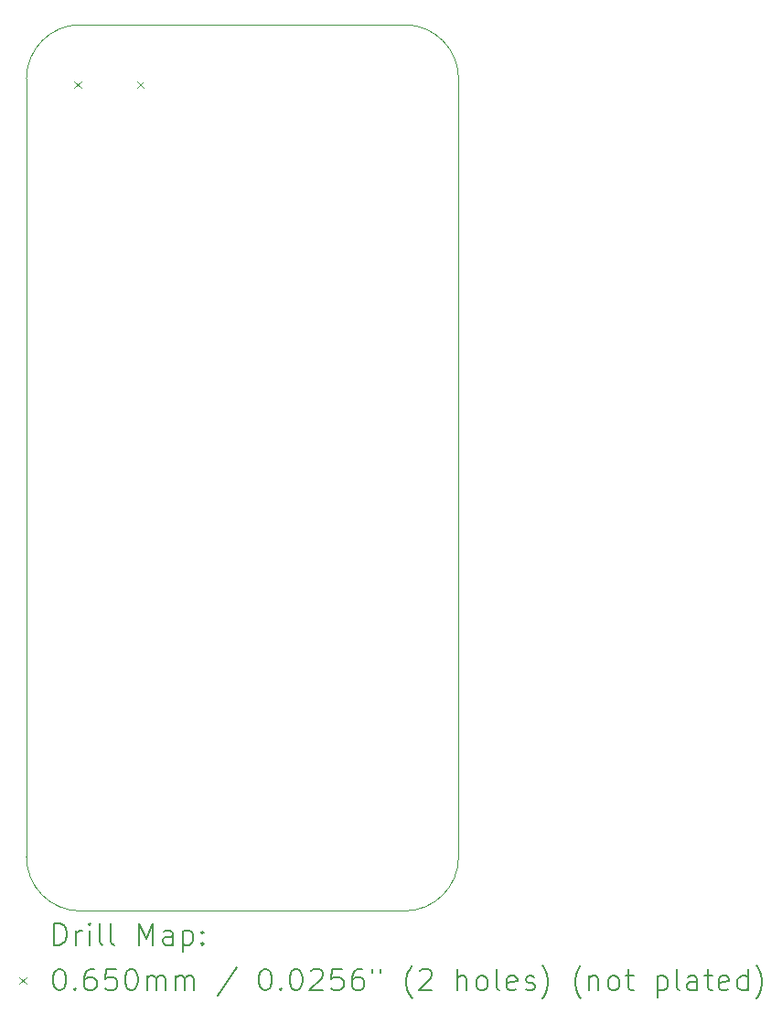
<source format=gbr>
%TF.GenerationSoftware,KiCad,Pcbnew,9.0.0*%
%TF.CreationDate,2025-07-02T14:57:16+08:00*%
%TF.ProjectId,ESPNOW,4553504e-4f57-42e6-9b69-6361645f7063,rev?*%
%TF.SameCoordinates,Original*%
%TF.FileFunction,Drillmap*%
%TF.FilePolarity,Positive*%
%FSLAX45Y45*%
G04 Gerber Fmt 4.5, Leading zero omitted, Abs format (unit mm)*
G04 Created by KiCad (PCBNEW 9.0.0) date 2025-07-02 14:57:16*
%MOMM*%
%LPD*%
G01*
G04 APERTURE LIST*
%ADD10C,0.050000*%
%ADD11C,0.200000*%
%ADD12C,0.100000*%
G04 APERTURE END LIST*
D10*
X19950000Y-6250000D02*
G75*
G02*
X20450000Y-6750000I0J-500000D01*
G01*
X19950000Y-14450000D02*
X16950000Y-14450000D01*
X16950000Y-14450000D02*
G75*
G02*
X16450000Y-13950000I0J500000D01*
G01*
X20450000Y-6750000D02*
X20450000Y-13950000D01*
X16450000Y-13950000D02*
X16450000Y-6750000D01*
X20450000Y-13950000D02*
G75*
G02*
X19950000Y-14450000I-500000J0D01*
G01*
X16950000Y-6250000D02*
X19950000Y-6250000D01*
X16450000Y-6750000D02*
G75*
G02*
X16950000Y-6250000I500000J0D01*
G01*
D11*
D12*
X16893500Y-6772500D02*
X16958500Y-6837500D01*
X16958500Y-6772500D02*
X16893500Y-6837500D01*
X17471500Y-6772500D02*
X17536500Y-6837500D01*
X17536500Y-6772500D02*
X17471500Y-6837500D01*
D11*
X16708277Y-14763984D02*
X16708277Y-14563984D01*
X16708277Y-14563984D02*
X16755896Y-14563984D01*
X16755896Y-14563984D02*
X16784467Y-14573508D01*
X16784467Y-14573508D02*
X16803515Y-14592555D01*
X16803515Y-14592555D02*
X16813039Y-14611603D01*
X16813039Y-14611603D02*
X16822563Y-14649698D01*
X16822563Y-14649698D02*
X16822563Y-14678269D01*
X16822563Y-14678269D02*
X16813039Y-14716365D01*
X16813039Y-14716365D02*
X16803515Y-14735412D01*
X16803515Y-14735412D02*
X16784467Y-14754460D01*
X16784467Y-14754460D02*
X16755896Y-14763984D01*
X16755896Y-14763984D02*
X16708277Y-14763984D01*
X16908277Y-14763984D02*
X16908277Y-14630650D01*
X16908277Y-14668746D02*
X16917801Y-14649698D01*
X16917801Y-14649698D02*
X16927324Y-14640174D01*
X16927324Y-14640174D02*
X16946372Y-14630650D01*
X16946372Y-14630650D02*
X16965420Y-14630650D01*
X17032086Y-14763984D02*
X17032086Y-14630650D01*
X17032086Y-14563984D02*
X17022563Y-14573508D01*
X17022563Y-14573508D02*
X17032086Y-14583031D01*
X17032086Y-14583031D02*
X17041610Y-14573508D01*
X17041610Y-14573508D02*
X17032086Y-14563984D01*
X17032086Y-14563984D02*
X17032086Y-14583031D01*
X17155896Y-14763984D02*
X17136848Y-14754460D01*
X17136848Y-14754460D02*
X17127324Y-14735412D01*
X17127324Y-14735412D02*
X17127324Y-14563984D01*
X17260658Y-14763984D02*
X17241610Y-14754460D01*
X17241610Y-14754460D02*
X17232086Y-14735412D01*
X17232086Y-14735412D02*
X17232086Y-14563984D01*
X17489229Y-14763984D02*
X17489229Y-14563984D01*
X17489229Y-14563984D02*
X17555896Y-14706841D01*
X17555896Y-14706841D02*
X17622563Y-14563984D01*
X17622563Y-14563984D02*
X17622563Y-14763984D01*
X17803515Y-14763984D02*
X17803515Y-14659222D01*
X17803515Y-14659222D02*
X17793991Y-14640174D01*
X17793991Y-14640174D02*
X17774944Y-14630650D01*
X17774944Y-14630650D02*
X17736848Y-14630650D01*
X17736848Y-14630650D02*
X17717801Y-14640174D01*
X17803515Y-14754460D02*
X17784467Y-14763984D01*
X17784467Y-14763984D02*
X17736848Y-14763984D01*
X17736848Y-14763984D02*
X17717801Y-14754460D01*
X17717801Y-14754460D02*
X17708277Y-14735412D01*
X17708277Y-14735412D02*
X17708277Y-14716365D01*
X17708277Y-14716365D02*
X17717801Y-14697317D01*
X17717801Y-14697317D02*
X17736848Y-14687793D01*
X17736848Y-14687793D02*
X17784467Y-14687793D01*
X17784467Y-14687793D02*
X17803515Y-14678269D01*
X17898753Y-14630650D02*
X17898753Y-14830650D01*
X17898753Y-14640174D02*
X17917801Y-14630650D01*
X17917801Y-14630650D02*
X17955896Y-14630650D01*
X17955896Y-14630650D02*
X17974944Y-14640174D01*
X17974944Y-14640174D02*
X17984467Y-14649698D01*
X17984467Y-14649698D02*
X17993991Y-14668746D01*
X17993991Y-14668746D02*
X17993991Y-14725888D01*
X17993991Y-14725888D02*
X17984467Y-14744936D01*
X17984467Y-14744936D02*
X17974944Y-14754460D01*
X17974944Y-14754460D02*
X17955896Y-14763984D01*
X17955896Y-14763984D02*
X17917801Y-14763984D01*
X17917801Y-14763984D02*
X17898753Y-14754460D01*
X18079705Y-14744936D02*
X18089229Y-14754460D01*
X18089229Y-14754460D02*
X18079705Y-14763984D01*
X18079705Y-14763984D02*
X18070182Y-14754460D01*
X18070182Y-14754460D02*
X18079705Y-14744936D01*
X18079705Y-14744936D02*
X18079705Y-14763984D01*
X18079705Y-14640174D02*
X18089229Y-14649698D01*
X18089229Y-14649698D02*
X18079705Y-14659222D01*
X18079705Y-14659222D02*
X18070182Y-14649698D01*
X18070182Y-14649698D02*
X18079705Y-14640174D01*
X18079705Y-14640174D02*
X18079705Y-14659222D01*
D12*
X16382500Y-15060000D02*
X16447500Y-15125000D01*
X16447500Y-15060000D02*
X16382500Y-15125000D01*
D11*
X16746372Y-14983984D02*
X16765420Y-14983984D01*
X16765420Y-14983984D02*
X16784467Y-14993508D01*
X16784467Y-14993508D02*
X16793991Y-15003031D01*
X16793991Y-15003031D02*
X16803515Y-15022079D01*
X16803515Y-15022079D02*
X16813039Y-15060174D01*
X16813039Y-15060174D02*
X16813039Y-15107793D01*
X16813039Y-15107793D02*
X16803515Y-15145888D01*
X16803515Y-15145888D02*
X16793991Y-15164936D01*
X16793991Y-15164936D02*
X16784467Y-15174460D01*
X16784467Y-15174460D02*
X16765420Y-15183984D01*
X16765420Y-15183984D02*
X16746372Y-15183984D01*
X16746372Y-15183984D02*
X16727324Y-15174460D01*
X16727324Y-15174460D02*
X16717801Y-15164936D01*
X16717801Y-15164936D02*
X16708277Y-15145888D01*
X16708277Y-15145888D02*
X16698753Y-15107793D01*
X16698753Y-15107793D02*
X16698753Y-15060174D01*
X16698753Y-15060174D02*
X16708277Y-15022079D01*
X16708277Y-15022079D02*
X16717801Y-15003031D01*
X16717801Y-15003031D02*
X16727324Y-14993508D01*
X16727324Y-14993508D02*
X16746372Y-14983984D01*
X16898753Y-15164936D02*
X16908277Y-15174460D01*
X16908277Y-15174460D02*
X16898753Y-15183984D01*
X16898753Y-15183984D02*
X16889229Y-15174460D01*
X16889229Y-15174460D02*
X16898753Y-15164936D01*
X16898753Y-15164936D02*
X16898753Y-15183984D01*
X17079705Y-14983984D02*
X17041610Y-14983984D01*
X17041610Y-14983984D02*
X17022563Y-14993508D01*
X17022563Y-14993508D02*
X17013039Y-15003031D01*
X17013039Y-15003031D02*
X16993991Y-15031603D01*
X16993991Y-15031603D02*
X16984467Y-15069698D01*
X16984467Y-15069698D02*
X16984467Y-15145888D01*
X16984467Y-15145888D02*
X16993991Y-15164936D01*
X16993991Y-15164936D02*
X17003515Y-15174460D01*
X17003515Y-15174460D02*
X17022563Y-15183984D01*
X17022563Y-15183984D02*
X17060658Y-15183984D01*
X17060658Y-15183984D02*
X17079705Y-15174460D01*
X17079705Y-15174460D02*
X17089229Y-15164936D01*
X17089229Y-15164936D02*
X17098753Y-15145888D01*
X17098753Y-15145888D02*
X17098753Y-15098269D01*
X17098753Y-15098269D02*
X17089229Y-15079222D01*
X17089229Y-15079222D02*
X17079705Y-15069698D01*
X17079705Y-15069698D02*
X17060658Y-15060174D01*
X17060658Y-15060174D02*
X17022563Y-15060174D01*
X17022563Y-15060174D02*
X17003515Y-15069698D01*
X17003515Y-15069698D02*
X16993991Y-15079222D01*
X16993991Y-15079222D02*
X16984467Y-15098269D01*
X17279705Y-14983984D02*
X17184467Y-14983984D01*
X17184467Y-14983984D02*
X17174944Y-15079222D01*
X17174944Y-15079222D02*
X17184467Y-15069698D01*
X17184467Y-15069698D02*
X17203515Y-15060174D01*
X17203515Y-15060174D02*
X17251134Y-15060174D01*
X17251134Y-15060174D02*
X17270182Y-15069698D01*
X17270182Y-15069698D02*
X17279705Y-15079222D01*
X17279705Y-15079222D02*
X17289229Y-15098269D01*
X17289229Y-15098269D02*
X17289229Y-15145888D01*
X17289229Y-15145888D02*
X17279705Y-15164936D01*
X17279705Y-15164936D02*
X17270182Y-15174460D01*
X17270182Y-15174460D02*
X17251134Y-15183984D01*
X17251134Y-15183984D02*
X17203515Y-15183984D01*
X17203515Y-15183984D02*
X17184467Y-15174460D01*
X17184467Y-15174460D02*
X17174944Y-15164936D01*
X17413039Y-14983984D02*
X17432086Y-14983984D01*
X17432086Y-14983984D02*
X17451134Y-14993508D01*
X17451134Y-14993508D02*
X17460658Y-15003031D01*
X17460658Y-15003031D02*
X17470182Y-15022079D01*
X17470182Y-15022079D02*
X17479705Y-15060174D01*
X17479705Y-15060174D02*
X17479705Y-15107793D01*
X17479705Y-15107793D02*
X17470182Y-15145888D01*
X17470182Y-15145888D02*
X17460658Y-15164936D01*
X17460658Y-15164936D02*
X17451134Y-15174460D01*
X17451134Y-15174460D02*
X17432086Y-15183984D01*
X17432086Y-15183984D02*
X17413039Y-15183984D01*
X17413039Y-15183984D02*
X17393991Y-15174460D01*
X17393991Y-15174460D02*
X17384467Y-15164936D01*
X17384467Y-15164936D02*
X17374944Y-15145888D01*
X17374944Y-15145888D02*
X17365420Y-15107793D01*
X17365420Y-15107793D02*
X17365420Y-15060174D01*
X17365420Y-15060174D02*
X17374944Y-15022079D01*
X17374944Y-15022079D02*
X17384467Y-15003031D01*
X17384467Y-15003031D02*
X17393991Y-14993508D01*
X17393991Y-14993508D02*
X17413039Y-14983984D01*
X17565420Y-15183984D02*
X17565420Y-15050650D01*
X17565420Y-15069698D02*
X17574944Y-15060174D01*
X17574944Y-15060174D02*
X17593991Y-15050650D01*
X17593991Y-15050650D02*
X17622563Y-15050650D01*
X17622563Y-15050650D02*
X17641610Y-15060174D01*
X17641610Y-15060174D02*
X17651134Y-15079222D01*
X17651134Y-15079222D02*
X17651134Y-15183984D01*
X17651134Y-15079222D02*
X17660658Y-15060174D01*
X17660658Y-15060174D02*
X17679705Y-15050650D01*
X17679705Y-15050650D02*
X17708277Y-15050650D01*
X17708277Y-15050650D02*
X17727325Y-15060174D01*
X17727325Y-15060174D02*
X17736848Y-15079222D01*
X17736848Y-15079222D02*
X17736848Y-15183984D01*
X17832086Y-15183984D02*
X17832086Y-15050650D01*
X17832086Y-15069698D02*
X17841610Y-15060174D01*
X17841610Y-15060174D02*
X17860658Y-15050650D01*
X17860658Y-15050650D02*
X17889229Y-15050650D01*
X17889229Y-15050650D02*
X17908277Y-15060174D01*
X17908277Y-15060174D02*
X17917801Y-15079222D01*
X17917801Y-15079222D02*
X17917801Y-15183984D01*
X17917801Y-15079222D02*
X17927325Y-15060174D01*
X17927325Y-15060174D02*
X17946372Y-15050650D01*
X17946372Y-15050650D02*
X17974944Y-15050650D01*
X17974944Y-15050650D02*
X17993991Y-15060174D01*
X17993991Y-15060174D02*
X18003515Y-15079222D01*
X18003515Y-15079222D02*
X18003515Y-15183984D01*
X18393991Y-14974460D02*
X18222563Y-15231603D01*
X18651134Y-14983984D02*
X18670182Y-14983984D01*
X18670182Y-14983984D02*
X18689229Y-14993508D01*
X18689229Y-14993508D02*
X18698753Y-15003031D01*
X18698753Y-15003031D02*
X18708277Y-15022079D01*
X18708277Y-15022079D02*
X18717801Y-15060174D01*
X18717801Y-15060174D02*
X18717801Y-15107793D01*
X18717801Y-15107793D02*
X18708277Y-15145888D01*
X18708277Y-15145888D02*
X18698753Y-15164936D01*
X18698753Y-15164936D02*
X18689229Y-15174460D01*
X18689229Y-15174460D02*
X18670182Y-15183984D01*
X18670182Y-15183984D02*
X18651134Y-15183984D01*
X18651134Y-15183984D02*
X18632087Y-15174460D01*
X18632087Y-15174460D02*
X18622563Y-15164936D01*
X18622563Y-15164936D02*
X18613039Y-15145888D01*
X18613039Y-15145888D02*
X18603515Y-15107793D01*
X18603515Y-15107793D02*
X18603515Y-15060174D01*
X18603515Y-15060174D02*
X18613039Y-15022079D01*
X18613039Y-15022079D02*
X18622563Y-15003031D01*
X18622563Y-15003031D02*
X18632087Y-14993508D01*
X18632087Y-14993508D02*
X18651134Y-14983984D01*
X18803515Y-15164936D02*
X18813039Y-15174460D01*
X18813039Y-15174460D02*
X18803515Y-15183984D01*
X18803515Y-15183984D02*
X18793991Y-15174460D01*
X18793991Y-15174460D02*
X18803515Y-15164936D01*
X18803515Y-15164936D02*
X18803515Y-15183984D01*
X18936848Y-14983984D02*
X18955896Y-14983984D01*
X18955896Y-14983984D02*
X18974944Y-14993508D01*
X18974944Y-14993508D02*
X18984468Y-15003031D01*
X18984468Y-15003031D02*
X18993991Y-15022079D01*
X18993991Y-15022079D02*
X19003515Y-15060174D01*
X19003515Y-15060174D02*
X19003515Y-15107793D01*
X19003515Y-15107793D02*
X18993991Y-15145888D01*
X18993991Y-15145888D02*
X18984468Y-15164936D01*
X18984468Y-15164936D02*
X18974944Y-15174460D01*
X18974944Y-15174460D02*
X18955896Y-15183984D01*
X18955896Y-15183984D02*
X18936848Y-15183984D01*
X18936848Y-15183984D02*
X18917801Y-15174460D01*
X18917801Y-15174460D02*
X18908277Y-15164936D01*
X18908277Y-15164936D02*
X18898753Y-15145888D01*
X18898753Y-15145888D02*
X18889229Y-15107793D01*
X18889229Y-15107793D02*
X18889229Y-15060174D01*
X18889229Y-15060174D02*
X18898753Y-15022079D01*
X18898753Y-15022079D02*
X18908277Y-15003031D01*
X18908277Y-15003031D02*
X18917801Y-14993508D01*
X18917801Y-14993508D02*
X18936848Y-14983984D01*
X19079706Y-15003031D02*
X19089229Y-14993508D01*
X19089229Y-14993508D02*
X19108277Y-14983984D01*
X19108277Y-14983984D02*
X19155896Y-14983984D01*
X19155896Y-14983984D02*
X19174944Y-14993508D01*
X19174944Y-14993508D02*
X19184468Y-15003031D01*
X19184468Y-15003031D02*
X19193991Y-15022079D01*
X19193991Y-15022079D02*
X19193991Y-15041127D01*
X19193991Y-15041127D02*
X19184468Y-15069698D01*
X19184468Y-15069698D02*
X19070182Y-15183984D01*
X19070182Y-15183984D02*
X19193991Y-15183984D01*
X19374944Y-14983984D02*
X19279706Y-14983984D01*
X19279706Y-14983984D02*
X19270182Y-15079222D01*
X19270182Y-15079222D02*
X19279706Y-15069698D01*
X19279706Y-15069698D02*
X19298753Y-15060174D01*
X19298753Y-15060174D02*
X19346372Y-15060174D01*
X19346372Y-15060174D02*
X19365420Y-15069698D01*
X19365420Y-15069698D02*
X19374944Y-15079222D01*
X19374944Y-15079222D02*
X19384468Y-15098269D01*
X19384468Y-15098269D02*
X19384468Y-15145888D01*
X19384468Y-15145888D02*
X19374944Y-15164936D01*
X19374944Y-15164936D02*
X19365420Y-15174460D01*
X19365420Y-15174460D02*
X19346372Y-15183984D01*
X19346372Y-15183984D02*
X19298753Y-15183984D01*
X19298753Y-15183984D02*
X19279706Y-15174460D01*
X19279706Y-15174460D02*
X19270182Y-15164936D01*
X19555896Y-14983984D02*
X19517801Y-14983984D01*
X19517801Y-14983984D02*
X19498753Y-14993508D01*
X19498753Y-14993508D02*
X19489229Y-15003031D01*
X19489229Y-15003031D02*
X19470182Y-15031603D01*
X19470182Y-15031603D02*
X19460658Y-15069698D01*
X19460658Y-15069698D02*
X19460658Y-15145888D01*
X19460658Y-15145888D02*
X19470182Y-15164936D01*
X19470182Y-15164936D02*
X19479706Y-15174460D01*
X19479706Y-15174460D02*
X19498753Y-15183984D01*
X19498753Y-15183984D02*
X19536849Y-15183984D01*
X19536849Y-15183984D02*
X19555896Y-15174460D01*
X19555896Y-15174460D02*
X19565420Y-15164936D01*
X19565420Y-15164936D02*
X19574944Y-15145888D01*
X19574944Y-15145888D02*
X19574944Y-15098269D01*
X19574944Y-15098269D02*
X19565420Y-15079222D01*
X19565420Y-15079222D02*
X19555896Y-15069698D01*
X19555896Y-15069698D02*
X19536849Y-15060174D01*
X19536849Y-15060174D02*
X19498753Y-15060174D01*
X19498753Y-15060174D02*
X19479706Y-15069698D01*
X19479706Y-15069698D02*
X19470182Y-15079222D01*
X19470182Y-15079222D02*
X19460658Y-15098269D01*
X19651134Y-14983984D02*
X19651134Y-15022079D01*
X19727325Y-14983984D02*
X19727325Y-15022079D01*
X20022563Y-15260174D02*
X20013039Y-15250650D01*
X20013039Y-15250650D02*
X19993991Y-15222079D01*
X19993991Y-15222079D02*
X19984468Y-15203031D01*
X19984468Y-15203031D02*
X19974944Y-15174460D01*
X19974944Y-15174460D02*
X19965420Y-15126841D01*
X19965420Y-15126841D02*
X19965420Y-15088746D01*
X19965420Y-15088746D02*
X19974944Y-15041127D01*
X19974944Y-15041127D02*
X19984468Y-15012555D01*
X19984468Y-15012555D02*
X19993991Y-14993508D01*
X19993991Y-14993508D02*
X20013039Y-14964936D01*
X20013039Y-14964936D02*
X20022563Y-14955412D01*
X20089230Y-15003031D02*
X20098753Y-14993508D01*
X20098753Y-14993508D02*
X20117801Y-14983984D01*
X20117801Y-14983984D02*
X20165420Y-14983984D01*
X20165420Y-14983984D02*
X20184468Y-14993508D01*
X20184468Y-14993508D02*
X20193991Y-15003031D01*
X20193991Y-15003031D02*
X20203515Y-15022079D01*
X20203515Y-15022079D02*
X20203515Y-15041127D01*
X20203515Y-15041127D02*
X20193991Y-15069698D01*
X20193991Y-15069698D02*
X20079706Y-15183984D01*
X20079706Y-15183984D02*
X20203515Y-15183984D01*
X20441611Y-15183984D02*
X20441611Y-14983984D01*
X20527325Y-15183984D02*
X20527325Y-15079222D01*
X20527325Y-15079222D02*
X20517801Y-15060174D01*
X20517801Y-15060174D02*
X20498753Y-15050650D01*
X20498753Y-15050650D02*
X20470182Y-15050650D01*
X20470182Y-15050650D02*
X20451134Y-15060174D01*
X20451134Y-15060174D02*
X20441611Y-15069698D01*
X20651134Y-15183984D02*
X20632087Y-15174460D01*
X20632087Y-15174460D02*
X20622563Y-15164936D01*
X20622563Y-15164936D02*
X20613039Y-15145888D01*
X20613039Y-15145888D02*
X20613039Y-15088746D01*
X20613039Y-15088746D02*
X20622563Y-15069698D01*
X20622563Y-15069698D02*
X20632087Y-15060174D01*
X20632087Y-15060174D02*
X20651134Y-15050650D01*
X20651134Y-15050650D02*
X20679706Y-15050650D01*
X20679706Y-15050650D02*
X20698753Y-15060174D01*
X20698753Y-15060174D02*
X20708277Y-15069698D01*
X20708277Y-15069698D02*
X20717801Y-15088746D01*
X20717801Y-15088746D02*
X20717801Y-15145888D01*
X20717801Y-15145888D02*
X20708277Y-15164936D01*
X20708277Y-15164936D02*
X20698753Y-15174460D01*
X20698753Y-15174460D02*
X20679706Y-15183984D01*
X20679706Y-15183984D02*
X20651134Y-15183984D01*
X20832087Y-15183984D02*
X20813039Y-15174460D01*
X20813039Y-15174460D02*
X20803515Y-15155412D01*
X20803515Y-15155412D02*
X20803515Y-14983984D01*
X20984468Y-15174460D02*
X20965420Y-15183984D01*
X20965420Y-15183984D02*
X20927325Y-15183984D01*
X20927325Y-15183984D02*
X20908277Y-15174460D01*
X20908277Y-15174460D02*
X20898753Y-15155412D01*
X20898753Y-15155412D02*
X20898753Y-15079222D01*
X20898753Y-15079222D02*
X20908277Y-15060174D01*
X20908277Y-15060174D02*
X20927325Y-15050650D01*
X20927325Y-15050650D02*
X20965420Y-15050650D01*
X20965420Y-15050650D02*
X20984468Y-15060174D01*
X20984468Y-15060174D02*
X20993992Y-15079222D01*
X20993992Y-15079222D02*
X20993992Y-15098269D01*
X20993992Y-15098269D02*
X20898753Y-15117317D01*
X21070182Y-15174460D02*
X21089230Y-15183984D01*
X21089230Y-15183984D02*
X21127325Y-15183984D01*
X21127325Y-15183984D02*
X21146373Y-15174460D01*
X21146373Y-15174460D02*
X21155896Y-15155412D01*
X21155896Y-15155412D02*
X21155896Y-15145888D01*
X21155896Y-15145888D02*
X21146373Y-15126841D01*
X21146373Y-15126841D02*
X21127325Y-15117317D01*
X21127325Y-15117317D02*
X21098753Y-15117317D01*
X21098753Y-15117317D02*
X21079706Y-15107793D01*
X21079706Y-15107793D02*
X21070182Y-15088746D01*
X21070182Y-15088746D02*
X21070182Y-15079222D01*
X21070182Y-15079222D02*
X21079706Y-15060174D01*
X21079706Y-15060174D02*
X21098753Y-15050650D01*
X21098753Y-15050650D02*
X21127325Y-15050650D01*
X21127325Y-15050650D02*
X21146373Y-15060174D01*
X21222563Y-15260174D02*
X21232087Y-15250650D01*
X21232087Y-15250650D02*
X21251134Y-15222079D01*
X21251134Y-15222079D02*
X21260658Y-15203031D01*
X21260658Y-15203031D02*
X21270182Y-15174460D01*
X21270182Y-15174460D02*
X21279706Y-15126841D01*
X21279706Y-15126841D02*
X21279706Y-15088746D01*
X21279706Y-15088746D02*
X21270182Y-15041127D01*
X21270182Y-15041127D02*
X21260658Y-15012555D01*
X21260658Y-15012555D02*
X21251134Y-14993508D01*
X21251134Y-14993508D02*
X21232087Y-14964936D01*
X21232087Y-14964936D02*
X21222563Y-14955412D01*
X21584468Y-15260174D02*
X21574944Y-15250650D01*
X21574944Y-15250650D02*
X21555896Y-15222079D01*
X21555896Y-15222079D02*
X21546373Y-15203031D01*
X21546373Y-15203031D02*
X21536849Y-15174460D01*
X21536849Y-15174460D02*
X21527325Y-15126841D01*
X21527325Y-15126841D02*
X21527325Y-15088746D01*
X21527325Y-15088746D02*
X21536849Y-15041127D01*
X21536849Y-15041127D02*
X21546373Y-15012555D01*
X21546373Y-15012555D02*
X21555896Y-14993508D01*
X21555896Y-14993508D02*
X21574944Y-14964936D01*
X21574944Y-14964936D02*
X21584468Y-14955412D01*
X21660658Y-15050650D02*
X21660658Y-15183984D01*
X21660658Y-15069698D02*
X21670182Y-15060174D01*
X21670182Y-15060174D02*
X21689230Y-15050650D01*
X21689230Y-15050650D02*
X21717801Y-15050650D01*
X21717801Y-15050650D02*
X21736849Y-15060174D01*
X21736849Y-15060174D02*
X21746373Y-15079222D01*
X21746373Y-15079222D02*
X21746373Y-15183984D01*
X21870182Y-15183984D02*
X21851134Y-15174460D01*
X21851134Y-15174460D02*
X21841611Y-15164936D01*
X21841611Y-15164936D02*
X21832087Y-15145888D01*
X21832087Y-15145888D02*
X21832087Y-15088746D01*
X21832087Y-15088746D02*
X21841611Y-15069698D01*
X21841611Y-15069698D02*
X21851134Y-15060174D01*
X21851134Y-15060174D02*
X21870182Y-15050650D01*
X21870182Y-15050650D02*
X21898754Y-15050650D01*
X21898754Y-15050650D02*
X21917801Y-15060174D01*
X21917801Y-15060174D02*
X21927325Y-15069698D01*
X21927325Y-15069698D02*
X21936849Y-15088746D01*
X21936849Y-15088746D02*
X21936849Y-15145888D01*
X21936849Y-15145888D02*
X21927325Y-15164936D01*
X21927325Y-15164936D02*
X21917801Y-15174460D01*
X21917801Y-15174460D02*
X21898754Y-15183984D01*
X21898754Y-15183984D02*
X21870182Y-15183984D01*
X21993992Y-15050650D02*
X22070182Y-15050650D01*
X22022563Y-14983984D02*
X22022563Y-15155412D01*
X22022563Y-15155412D02*
X22032087Y-15174460D01*
X22032087Y-15174460D02*
X22051134Y-15183984D01*
X22051134Y-15183984D02*
X22070182Y-15183984D01*
X22289230Y-15050650D02*
X22289230Y-15250650D01*
X22289230Y-15060174D02*
X22308277Y-15050650D01*
X22308277Y-15050650D02*
X22346373Y-15050650D01*
X22346373Y-15050650D02*
X22365420Y-15060174D01*
X22365420Y-15060174D02*
X22374944Y-15069698D01*
X22374944Y-15069698D02*
X22384468Y-15088746D01*
X22384468Y-15088746D02*
X22384468Y-15145888D01*
X22384468Y-15145888D02*
X22374944Y-15164936D01*
X22374944Y-15164936D02*
X22365420Y-15174460D01*
X22365420Y-15174460D02*
X22346373Y-15183984D01*
X22346373Y-15183984D02*
X22308277Y-15183984D01*
X22308277Y-15183984D02*
X22289230Y-15174460D01*
X22498753Y-15183984D02*
X22479706Y-15174460D01*
X22479706Y-15174460D02*
X22470182Y-15155412D01*
X22470182Y-15155412D02*
X22470182Y-14983984D01*
X22660658Y-15183984D02*
X22660658Y-15079222D01*
X22660658Y-15079222D02*
X22651134Y-15060174D01*
X22651134Y-15060174D02*
X22632087Y-15050650D01*
X22632087Y-15050650D02*
X22593992Y-15050650D01*
X22593992Y-15050650D02*
X22574944Y-15060174D01*
X22660658Y-15174460D02*
X22641611Y-15183984D01*
X22641611Y-15183984D02*
X22593992Y-15183984D01*
X22593992Y-15183984D02*
X22574944Y-15174460D01*
X22574944Y-15174460D02*
X22565420Y-15155412D01*
X22565420Y-15155412D02*
X22565420Y-15136365D01*
X22565420Y-15136365D02*
X22574944Y-15117317D01*
X22574944Y-15117317D02*
X22593992Y-15107793D01*
X22593992Y-15107793D02*
X22641611Y-15107793D01*
X22641611Y-15107793D02*
X22660658Y-15098269D01*
X22727325Y-15050650D02*
X22803515Y-15050650D01*
X22755896Y-14983984D02*
X22755896Y-15155412D01*
X22755896Y-15155412D02*
X22765420Y-15174460D01*
X22765420Y-15174460D02*
X22784468Y-15183984D01*
X22784468Y-15183984D02*
X22803515Y-15183984D01*
X22946373Y-15174460D02*
X22927325Y-15183984D01*
X22927325Y-15183984D02*
X22889230Y-15183984D01*
X22889230Y-15183984D02*
X22870182Y-15174460D01*
X22870182Y-15174460D02*
X22860658Y-15155412D01*
X22860658Y-15155412D02*
X22860658Y-15079222D01*
X22860658Y-15079222D02*
X22870182Y-15060174D01*
X22870182Y-15060174D02*
X22889230Y-15050650D01*
X22889230Y-15050650D02*
X22927325Y-15050650D01*
X22927325Y-15050650D02*
X22946373Y-15060174D01*
X22946373Y-15060174D02*
X22955896Y-15079222D01*
X22955896Y-15079222D02*
X22955896Y-15098269D01*
X22955896Y-15098269D02*
X22860658Y-15117317D01*
X23127325Y-15183984D02*
X23127325Y-14983984D01*
X23127325Y-15174460D02*
X23108277Y-15183984D01*
X23108277Y-15183984D02*
X23070182Y-15183984D01*
X23070182Y-15183984D02*
X23051134Y-15174460D01*
X23051134Y-15174460D02*
X23041611Y-15164936D01*
X23041611Y-15164936D02*
X23032087Y-15145888D01*
X23032087Y-15145888D02*
X23032087Y-15088746D01*
X23032087Y-15088746D02*
X23041611Y-15069698D01*
X23041611Y-15069698D02*
X23051134Y-15060174D01*
X23051134Y-15060174D02*
X23070182Y-15050650D01*
X23070182Y-15050650D02*
X23108277Y-15050650D01*
X23108277Y-15050650D02*
X23127325Y-15060174D01*
X23203515Y-15260174D02*
X23213039Y-15250650D01*
X23213039Y-15250650D02*
X23232087Y-15222079D01*
X23232087Y-15222079D02*
X23241611Y-15203031D01*
X23241611Y-15203031D02*
X23251134Y-15174460D01*
X23251134Y-15174460D02*
X23260658Y-15126841D01*
X23260658Y-15126841D02*
X23260658Y-15088746D01*
X23260658Y-15088746D02*
X23251134Y-15041127D01*
X23251134Y-15041127D02*
X23241611Y-15012555D01*
X23241611Y-15012555D02*
X23232087Y-14993508D01*
X23232087Y-14993508D02*
X23213039Y-14964936D01*
X23213039Y-14964936D02*
X23203515Y-14955412D01*
M02*

</source>
